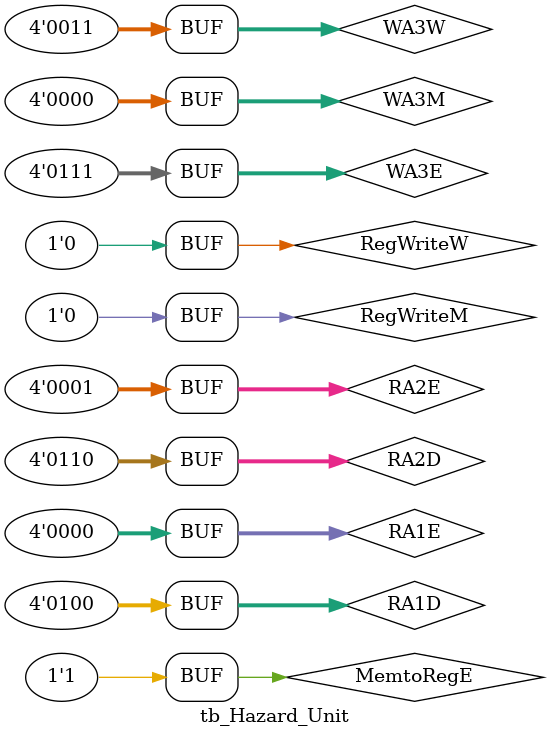
<source format=sv>
`timescale 1ns / 100ps
module tb_Hazard_Unit;
  // test bench wires
  logic [3:0] RA1E;
  logic [3:0] RA2E;
  logic [3:0] WA3M;
  logic [3:0] WA3W;
  logic [3:0] RA1D;
  logic [3:0] RA2D;
  logic [3:0] WA3E;
  logic RegWriteM;
  logic RegWriteW;
  logic MemtoRegE;
  logic [1:0] ForwardAE;
  logic [1:0] ForwardBE;
  logic StallF;
  logic StallD;
  logic FlushE;

  // test bench module
  Hazard_Unit U0(
    .RA1E(RA1E),
    .RA2E(RA2E),
    .WA3M(WA3M),
    .WA3W(WA3W),
    .RA1D(RA1D),
    .RA2D(RA2D),
    .WA3E(WA3E),
    .RegWriteM(RegWriteM),
    .RegWriteW(RegWriteW),
    .MemtoRegE(MemtoRegE),
    .ForwardAE(ForwardAE),
    .ForwardBE(ForwardBE),
    .StallF(StallF),
    .StallD(StallD),
    .FlushE(FlushE)
  );

  initial begin
    #15
    // initial values for register
    RA1E = 32'h0;
    RA2E = 32'h1;
    WA3M = 32'h2;
    WA3W = 32'h3;

    RA1D = 32'h4;
    RA2D = 32'h5;

    WA3E = 32'h6;

    // initial values for operations
    RegWriteM = 1'b0;
    RegWriteW = 1'b0;
    MemtoRegE = 1'b0;

  end

  always begin
      #20;
      // first case to forward the register A
      RA1E = 32'h0000005;
      WA3M = 32'h0000005;
      RegWriteM = 1;
      #20
      // second case to forward the register A
      WA3M = 32'h0000000;
      RA1E = 32'h0000005;
      WA3W = 32'h0000005;
      RegWriteM = 0;
      RegWriteW = 1;
      #20; // resets fowarding for A
      RA1E = 32'h0000000;
      WA3M = 32'h0000002;
      RegWriteM = 0;
      RegWriteW = 0;
      #20; // firs case to forward the register B
      RA2E = 32'h0000005;
      WA3M = 32'h0000005;
      RegWriteM = 1;
      RegWriteW = 0;
      #20; // second case to forward the register B
      RA2E = 32'h0000005;
      WA3W = 32'h0000005;
      WA3M = 32'h0000000;
      RegWriteM = 0;
      RegWriteW = 1;
      #20; // resets fowarding B
      RA2E = 32'h0000001;
      WA3W = 32'h0000003;
      RegWriteM = 0;
      RegWriteW = 0;
      #20; // memory forwarding case 1
      RA1D = 32'h0000005;
      WA3E = 32'h0000005;
      MemtoRegE = 1;
      #20 // memory forwarding case 2
      RA1D = 32'h0000004;
      RA2D = 32'h0000005;
      WA3E = 32'h0000005;
      MemtoRegE = 1;
      #20 // memory fowarding reset
      RA2D = 32'h0000006;
      WA3E = 32'h0000007;
  end

endmodule // hazard_unit_t
</source>
